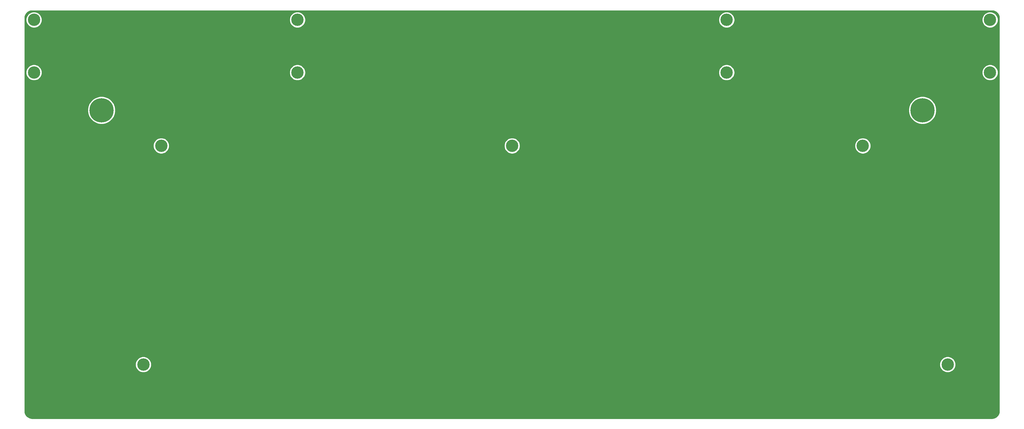
<source format=gtl>
G04 #@! TF.GenerationSoftware,KiCad,Pcbnew,5.99.0+really5.1.10+dfsg1-1*
G04 #@! TF.CreationDate,2021-11-12T03:05:17+01:00*
G04 #@! TF.ProjectId,mysterium-bottom,6d797374-6572-4697-956d-2d626f74746f,rev?*
G04 #@! TF.SameCoordinates,Original*
G04 #@! TF.FileFunction,Copper,L1,Top*
G04 #@! TF.FilePolarity,Positive*
%FSLAX46Y46*%
G04 Gerber Fmt 4.6, Leading zero omitted, Abs format (unit mm)*
G04 Created by KiCad (PCBNEW 5.99.0+really5.1.10+dfsg1-1) date 2021-11-12 03:05:17*
%MOMM*%
%LPD*%
G01*
G04 APERTURE LIST*
G04 #@! TA.AperFunction,ComponentPad*
%ADD10C,4.400000*%
G04 #@! TD*
G04 #@! TA.AperFunction,ComponentPad*
%ADD11C,8.600000*%
G04 #@! TD*
G04 #@! TA.AperFunction,Conductor*
%ADD12C,0.254000*%
G04 #@! TD*
G04 #@! TA.AperFunction,Conductor*
%ADD13C,0.150000*%
G04 #@! TD*
G04 APERTURE END LIST*
D10*
X365156040Y-187572841D03*
D11*
X356213100Y-97053400D03*
X64550600Y-97053400D03*
D10*
X286626300Y-83613400D03*
X134137400Y-83613400D03*
X286626300Y-64863400D03*
X40550600Y-64863400D03*
X79401800Y-187587400D03*
X85763100Y-109702600D03*
X335000600Y-109702600D03*
X210419351Y-197713600D03*
X210419351Y-109702600D03*
X134137400Y-64863400D03*
X380213100Y-64863400D03*
X380213100Y-83613400D03*
X40550600Y-83613400D03*
D12*
X381407508Y-61625744D02*
X381892232Y-61771612D01*
X382339387Y-62008847D01*
X382731949Y-62328421D01*
X383054962Y-62718155D01*
X383296123Y-63163208D01*
X383446248Y-63646629D01*
X383503101Y-64182877D01*
X383503099Y-204135438D01*
X383450756Y-204674309D01*
X383304888Y-205159032D01*
X383067652Y-205606188D01*
X382748079Y-205998749D01*
X382358343Y-206321763D01*
X381913292Y-206562923D01*
X381429871Y-206713048D01*
X380893623Y-206769901D01*
X39895062Y-206769899D01*
X39356191Y-206717556D01*
X38871468Y-206571688D01*
X38424312Y-206334452D01*
X38031751Y-206014879D01*
X37708737Y-205625143D01*
X37467577Y-205180092D01*
X37317452Y-204696671D01*
X37260599Y-204160423D01*
X37260599Y-187308177D01*
X76566800Y-187308177D01*
X76566800Y-187866623D01*
X76675748Y-188414339D01*
X76889456Y-188930276D01*
X77199712Y-189394607D01*
X77594593Y-189789488D01*
X78058924Y-190099744D01*
X78574861Y-190313452D01*
X79122577Y-190422400D01*
X79681023Y-190422400D01*
X80228739Y-190313452D01*
X80744676Y-190099744D01*
X81209007Y-189789488D01*
X81603888Y-189394607D01*
X81914144Y-188930276D01*
X82127852Y-188414339D01*
X82236800Y-187866623D01*
X82236800Y-187308177D01*
X82233905Y-187293618D01*
X362321040Y-187293618D01*
X362321040Y-187852064D01*
X362429988Y-188399780D01*
X362643696Y-188915717D01*
X362953952Y-189380048D01*
X363348833Y-189774929D01*
X363813164Y-190085185D01*
X364329101Y-190298893D01*
X364876817Y-190407841D01*
X365435263Y-190407841D01*
X365982979Y-190298893D01*
X366498916Y-190085185D01*
X366963247Y-189774929D01*
X367358128Y-189380048D01*
X367668384Y-188915717D01*
X367882092Y-188399780D01*
X367991040Y-187852064D01*
X367991040Y-187293618D01*
X367882092Y-186745902D01*
X367668384Y-186229965D01*
X367358128Y-185765634D01*
X366963247Y-185370753D01*
X366498916Y-185060497D01*
X365982979Y-184846789D01*
X365435263Y-184737841D01*
X364876817Y-184737841D01*
X364329101Y-184846789D01*
X363813164Y-185060497D01*
X363348833Y-185370753D01*
X362953952Y-185765634D01*
X362643696Y-186229965D01*
X362429988Y-186745902D01*
X362321040Y-187293618D01*
X82233905Y-187293618D01*
X82127852Y-186760461D01*
X81914144Y-186244524D01*
X81603888Y-185780193D01*
X81209007Y-185385312D01*
X80744676Y-185075056D01*
X80228739Y-184861348D01*
X79681023Y-184752400D01*
X79122577Y-184752400D01*
X78574861Y-184861348D01*
X78058924Y-185075056D01*
X77594593Y-185385312D01*
X77199712Y-185780193D01*
X76889456Y-186244524D01*
X76675748Y-186760461D01*
X76566800Y-187308177D01*
X37260599Y-187308177D01*
X37260599Y-109423377D01*
X82928100Y-109423377D01*
X82928100Y-109981823D01*
X83037048Y-110529539D01*
X83250756Y-111045476D01*
X83561012Y-111509807D01*
X83955893Y-111904688D01*
X84420224Y-112214944D01*
X84936161Y-112428652D01*
X85483877Y-112537600D01*
X86042323Y-112537600D01*
X86590039Y-112428652D01*
X87105976Y-112214944D01*
X87570307Y-111904688D01*
X87965188Y-111509807D01*
X88275444Y-111045476D01*
X88489152Y-110529539D01*
X88598100Y-109981823D01*
X88598100Y-109423377D01*
X207584351Y-109423377D01*
X207584351Y-109981823D01*
X207693299Y-110529539D01*
X207907007Y-111045476D01*
X208217263Y-111509807D01*
X208612144Y-111904688D01*
X209076475Y-112214944D01*
X209592412Y-112428652D01*
X210140128Y-112537600D01*
X210698574Y-112537600D01*
X211246290Y-112428652D01*
X211762227Y-112214944D01*
X212226558Y-111904688D01*
X212621439Y-111509807D01*
X212931695Y-111045476D01*
X213145403Y-110529539D01*
X213254351Y-109981823D01*
X213254351Y-109423377D01*
X332165600Y-109423377D01*
X332165600Y-109981823D01*
X332274548Y-110529539D01*
X332488256Y-111045476D01*
X332798512Y-111509807D01*
X333193393Y-111904688D01*
X333657724Y-112214944D01*
X334173661Y-112428652D01*
X334721377Y-112537600D01*
X335279823Y-112537600D01*
X335827539Y-112428652D01*
X336343476Y-112214944D01*
X336807807Y-111904688D01*
X337202688Y-111509807D01*
X337512944Y-111045476D01*
X337726652Y-110529539D01*
X337835600Y-109981823D01*
X337835600Y-109423377D01*
X337726652Y-108875661D01*
X337512944Y-108359724D01*
X337202688Y-107895393D01*
X336807807Y-107500512D01*
X336343476Y-107190256D01*
X335827539Y-106976548D01*
X335279823Y-106867600D01*
X334721377Y-106867600D01*
X334173661Y-106976548D01*
X333657724Y-107190256D01*
X333193393Y-107500512D01*
X332798512Y-107895393D01*
X332488256Y-108359724D01*
X332274548Y-108875661D01*
X332165600Y-109423377D01*
X213254351Y-109423377D01*
X213145403Y-108875661D01*
X212931695Y-108359724D01*
X212621439Y-107895393D01*
X212226558Y-107500512D01*
X211762227Y-107190256D01*
X211246290Y-106976548D01*
X210698574Y-106867600D01*
X210140128Y-106867600D01*
X209592412Y-106976548D01*
X209076475Y-107190256D01*
X208612144Y-107500512D01*
X208217263Y-107895393D01*
X207907007Y-108359724D01*
X207693299Y-108875661D01*
X207584351Y-109423377D01*
X88598100Y-109423377D01*
X88489152Y-108875661D01*
X88275444Y-108359724D01*
X87965188Y-107895393D01*
X87570307Y-107500512D01*
X87105976Y-107190256D01*
X86590039Y-106976548D01*
X86042323Y-106867600D01*
X85483877Y-106867600D01*
X84936161Y-106976548D01*
X84420224Y-107190256D01*
X83955893Y-107500512D01*
X83561012Y-107895393D01*
X83250756Y-108359724D01*
X83037048Y-108875661D01*
X82928100Y-109423377D01*
X37260599Y-109423377D01*
X37260599Y-96567345D01*
X59615600Y-96567345D01*
X59615600Y-97539455D01*
X59805250Y-98492886D01*
X60177260Y-99390999D01*
X60717335Y-100199279D01*
X61404721Y-100886665D01*
X62213001Y-101426740D01*
X63111114Y-101798750D01*
X64064545Y-101988400D01*
X65036655Y-101988400D01*
X65990086Y-101798750D01*
X66888199Y-101426740D01*
X67696479Y-100886665D01*
X68383865Y-100199279D01*
X68923940Y-99390999D01*
X69295950Y-98492886D01*
X69485600Y-97539455D01*
X69485600Y-96567345D01*
X351278100Y-96567345D01*
X351278100Y-97539455D01*
X351467750Y-98492886D01*
X351839760Y-99390999D01*
X352379835Y-100199279D01*
X353067221Y-100886665D01*
X353875501Y-101426740D01*
X354773614Y-101798750D01*
X355727045Y-101988400D01*
X356699155Y-101988400D01*
X357652586Y-101798750D01*
X358550699Y-101426740D01*
X359358979Y-100886665D01*
X360046365Y-100199279D01*
X360586440Y-99390999D01*
X360958450Y-98492886D01*
X361148100Y-97539455D01*
X361148100Y-96567345D01*
X360958450Y-95613914D01*
X360586440Y-94715801D01*
X360046365Y-93907521D01*
X359358979Y-93220135D01*
X358550699Y-92680060D01*
X357652586Y-92308050D01*
X356699155Y-92118400D01*
X355727045Y-92118400D01*
X354773614Y-92308050D01*
X353875501Y-92680060D01*
X353067221Y-93220135D01*
X352379835Y-93907521D01*
X351839760Y-94715801D01*
X351467750Y-95613914D01*
X351278100Y-96567345D01*
X69485600Y-96567345D01*
X69295950Y-95613914D01*
X68923940Y-94715801D01*
X68383865Y-93907521D01*
X67696479Y-93220135D01*
X66888199Y-92680060D01*
X65990086Y-92308050D01*
X65036655Y-92118400D01*
X64064545Y-92118400D01*
X63111114Y-92308050D01*
X62213001Y-92680060D01*
X61404721Y-93220135D01*
X60717335Y-93907521D01*
X60177260Y-94715801D01*
X59805250Y-95613914D01*
X59615600Y-96567345D01*
X37260599Y-96567345D01*
X37260600Y-83334177D01*
X37715600Y-83334177D01*
X37715600Y-83892623D01*
X37824548Y-84440339D01*
X38038256Y-84956276D01*
X38348512Y-85420607D01*
X38743393Y-85815488D01*
X39207724Y-86125744D01*
X39723661Y-86339452D01*
X40271377Y-86448400D01*
X40829823Y-86448400D01*
X41377539Y-86339452D01*
X41893476Y-86125744D01*
X42357807Y-85815488D01*
X42752688Y-85420607D01*
X43062944Y-84956276D01*
X43276652Y-84440339D01*
X43385600Y-83892623D01*
X43385600Y-83334177D01*
X131302400Y-83334177D01*
X131302400Y-83892623D01*
X131411348Y-84440339D01*
X131625056Y-84956276D01*
X131935312Y-85420607D01*
X132330193Y-85815488D01*
X132794524Y-86125744D01*
X133310461Y-86339452D01*
X133858177Y-86448400D01*
X134416623Y-86448400D01*
X134964339Y-86339452D01*
X135480276Y-86125744D01*
X135944607Y-85815488D01*
X136339488Y-85420607D01*
X136649744Y-84956276D01*
X136863452Y-84440339D01*
X136972400Y-83892623D01*
X136972400Y-83334177D01*
X283791300Y-83334177D01*
X283791300Y-83892623D01*
X283900248Y-84440339D01*
X284113956Y-84956276D01*
X284424212Y-85420607D01*
X284819093Y-85815488D01*
X285283424Y-86125744D01*
X285799361Y-86339452D01*
X286347077Y-86448400D01*
X286905523Y-86448400D01*
X287453239Y-86339452D01*
X287969176Y-86125744D01*
X288433507Y-85815488D01*
X288828388Y-85420607D01*
X289138644Y-84956276D01*
X289352352Y-84440339D01*
X289461300Y-83892623D01*
X289461300Y-83334177D01*
X377378100Y-83334177D01*
X377378100Y-83892623D01*
X377487048Y-84440339D01*
X377700756Y-84956276D01*
X378011012Y-85420607D01*
X378405893Y-85815488D01*
X378870224Y-86125744D01*
X379386161Y-86339452D01*
X379933877Y-86448400D01*
X380492323Y-86448400D01*
X381040039Y-86339452D01*
X381555976Y-86125744D01*
X382020307Y-85815488D01*
X382415188Y-85420607D01*
X382725444Y-84956276D01*
X382939152Y-84440339D01*
X383048100Y-83892623D01*
X383048100Y-83334177D01*
X382939152Y-82786461D01*
X382725444Y-82270524D01*
X382415188Y-81806193D01*
X382020307Y-81411312D01*
X381555976Y-81101056D01*
X381040039Y-80887348D01*
X380492323Y-80778400D01*
X379933877Y-80778400D01*
X379386161Y-80887348D01*
X378870224Y-81101056D01*
X378405893Y-81411312D01*
X378011012Y-81806193D01*
X377700756Y-82270524D01*
X377487048Y-82786461D01*
X377378100Y-83334177D01*
X289461300Y-83334177D01*
X289352352Y-82786461D01*
X289138644Y-82270524D01*
X288828388Y-81806193D01*
X288433507Y-81411312D01*
X287969176Y-81101056D01*
X287453239Y-80887348D01*
X286905523Y-80778400D01*
X286347077Y-80778400D01*
X285799361Y-80887348D01*
X285283424Y-81101056D01*
X284819093Y-81411312D01*
X284424212Y-81806193D01*
X284113956Y-82270524D01*
X283900248Y-82786461D01*
X283791300Y-83334177D01*
X136972400Y-83334177D01*
X136863452Y-82786461D01*
X136649744Y-82270524D01*
X136339488Y-81806193D01*
X135944607Y-81411312D01*
X135480276Y-81101056D01*
X134964339Y-80887348D01*
X134416623Y-80778400D01*
X133858177Y-80778400D01*
X133310461Y-80887348D01*
X132794524Y-81101056D01*
X132330193Y-81411312D01*
X131935312Y-81806193D01*
X131625056Y-82270524D01*
X131411348Y-82786461D01*
X131302400Y-83334177D01*
X43385600Y-83334177D01*
X43276652Y-82786461D01*
X43062944Y-82270524D01*
X42752688Y-81806193D01*
X42357807Y-81411312D01*
X41893476Y-81101056D01*
X41377539Y-80887348D01*
X40829823Y-80778400D01*
X40271377Y-80778400D01*
X39723661Y-80887348D01*
X39207724Y-81101056D01*
X38743393Y-81411312D01*
X38348512Y-81806193D01*
X38038256Y-82270524D01*
X37824548Y-82786461D01*
X37715600Y-83334177D01*
X37260600Y-83334177D01*
X37260600Y-64584177D01*
X37715600Y-64584177D01*
X37715600Y-65142623D01*
X37824548Y-65690339D01*
X38038256Y-66206276D01*
X38348512Y-66670607D01*
X38743393Y-67065488D01*
X39207724Y-67375744D01*
X39723661Y-67589452D01*
X40271377Y-67698400D01*
X40829823Y-67698400D01*
X41377539Y-67589452D01*
X41893476Y-67375744D01*
X42357807Y-67065488D01*
X42752688Y-66670607D01*
X43062944Y-66206276D01*
X43276652Y-65690339D01*
X43385600Y-65142623D01*
X43385600Y-64584177D01*
X131302400Y-64584177D01*
X131302400Y-65142623D01*
X131411348Y-65690339D01*
X131625056Y-66206276D01*
X131935312Y-66670607D01*
X132330193Y-67065488D01*
X132794524Y-67375744D01*
X133310461Y-67589452D01*
X133858177Y-67698400D01*
X134416623Y-67698400D01*
X134964339Y-67589452D01*
X135480276Y-67375744D01*
X135944607Y-67065488D01*
X136339488Y-66670607D01*
X136649744Y-66206276D01*
X136863452Y-65690339D01*
X136972400Y-65142623D01*
X136972400Y-64584177D01*
X283791300Y-64584177D01*
X283791300Y-65142623D01*
X283900248Y-65690339D01*
X284113956Y-66206276D01*
X284424212Y-66670607D01*
X284819093Y-67065488D01*
X285283424Y-67375744D01*
X285799361Y-67589452D01*
X286347077Y-67698400D01*
X286905523Y-67698400D01*
X287453239Y-67589452D01*
X287969176Y-67375744D01*
X288433507Y-67065488D01*
X288828388Y-66670607D01*
X289138644Y-66206276D01*
X289352352Y-65690339D01*
X289461300Y-65142623D01*
X289461300Y-64584177D01*
X377378100Y-64584177D01*
X377378100Y-65142623D01*
X377487048Y-65690339D01*
X377700756Y-66206276D01*
X378011012Y-66670607D01*
X378405893Y-67065488D01*
X378870224Y-67375744D01*
X379386161Y-67589452D01*
X379933877Y-67698400D01*
X380492323Y-67698400D01*
X381040039Y-67589452D01*
X381555976Y-67375744D01*
X382020307Y-67065488D01*
X382415188Y-66670607D01*
X382725444Y-66206276D01*
X382939152Y-65690339D01*
X383048100Y-65142623D01*
X383048100Y-64584177D01*
X382939152Y-64036461D01*
X382725444Y-63520524D01*
X382415188Y-63056193D01*
X382020307Y-62661312D01*
X381555976Y-62351056D01*
X381040039Y-62137348D01*
X380492323Y-62028400D01*
X379933877Y-62028400D01*
X379386161Y-62137348D01*
X378870224Y-62351056D01*
X378405893Y-62661312D01*
X378011012Y-63056193D01*
X377700756Y-63520524D01*
X377487048Y-64036461D01*
X377378100Y-64584177D01*
X289461300Y-64584177D01*
X289352352Y-64036461D01*
X289138644Y-63520524D01*
X288828388Y-63056193D01*
X288433507Y-62661312D01*
X287969176Y-62351056D01*
X287453239Y-62137348D01*
X286905523Y-62028400D01*
X286347077Y-62028400D01*
X285799361Y-62137348D01*
X285283424Y-62351056D01*
X284819093Y-62661312D01*
X284424212Y-63056193D01*
X284113956Y-63520524D01*
X283900248Y-64036461D01*
X283791300Y-64584177D01*
X136972400Y-64584177D01*
X136863452Y-64036461D01*
X136649744Y-63520524D01*
X136339488Y-63056193D01*
X135944607Y-62661312D01*
X135480276Y-62351056D01*
X134964339Y-62137348D01*
X134416623Y-62028400D01*
X133858177Y-62028400D01*
X133310461Y-62137348D01*
X132794524Y-62351056D01*
X132330193Y-62661312D01*
X131935312Y-63056193D01*
X131625056Y-63520524D01*
X131411348Y-64036461D01*
X131302400Y-64584177D01*
X43385600Y-64584177D01*
X43276652Y-64036461D01*
X43062944Y-63520524D01*
X42752688Y-63056193D01*
X42357807Y-62661312D01*
X41893476Y-62351056D01*
X41377539Y-62137348D01*
X40829823Y-62028400D01*
X40271377Y-62028400D01*
X39723661Y-62137348D01*
X39207724Y-62351056D01*
X38743393Y-62661312D01*
X38348512Y-63056193D01*
X38038256Y-63520524D01*
X37824548Y-64036461D01*
X37715600Y-64584177D01*
X37260600Y-64584177D01*
X37260601Y-64207861D01*
X37312944Y-63668992D01*
X37458812Y-63184268D01*
X37696047Y-62737113D01*
X38015621Y-62344551D01*
X38405355Y-62021538D01*
X38850408Y-61780377D01*
X39333829Y-61630252D01*
X39870067Y-61573400D01*
X380868629Y-61573400D01*
X381407508Y-61625744D01*
G04 #@! TA.AperFunction,Conductor*
D13*
G36*
X381407508Y-61625744D02*
G01*
X381892232Y-61771612D01*
X382339387Y-62008847D01*
X382731949Y-62328421D01*
X383054962Y-62718155D01*
X383296123Y-63163208D01*
X383446248Y-63646629D01*
X383503101Y-64182877D01*
X383503099Y-204135438D01*
X383450756Y-204674309D01*
X383304888Y-205159032D01*
X383067652Y-205606188D01*
X382748079Y-205998749D01*
X382358343Y-206321763D01*
X381913292Y-206562923D01*
X381429871Y-206713048D01*
X380893623Y-206769901D01*
X39895062Y-206769899D01*
X39356191Y-206717556D01*
X38871468Y-206571688D01*
X38424312Y-206334452D01*
X38031751Y-206014879D01*
X37708737Y-205625143D01*
X37467577Y-205180092D01*
X37317452Y-204696671D01*
X37260599Y-204160423D01*
X37260599Y-187308177D01*
X76566800Y-187308177D01*
X76566800Y-187866623D01*
X76675748Y-188414339D01*
X76889456Y-188930276D01*
X77199712Y-189394607D01*
X77594593Y-189789488D01*
X78058924Y-190099744D01*
X78574861Y-190313452D01*
X79122577Y-190422400D01*
X79681023Y-190422400D01*
X80228739Y-190313452D01*
X80744676Y-190099744D01*
X81209007Y-189789488D01*
X81603888Y-189394607D01*
X81914144Y-188930276D01*
X82127852Y-188414339D01*
X82236800Y-187866623D01*
X82236800Y-187308177D01*
X82233905Y-187293618D01*
X362321040Y-187293618D01*
X362321040Y-187852064D01*
X362429988Y-188399780D01*
X362643696Y-188915717D01*
X362953952Y-189380048D01*
X363348833Y-189774929D01*
X363813164Y-190085185D01*
X364329101Y-190298893D01*
X364876817Y-190407841D01*
X365435263Y-190407841D01*
X365982979Y-190298893D01*
X366498916Y-190085185D01*
X366963247Y-189774929D01*
X367358128Y-189380048D01*
X367668384Y-188915717D01*
X367882092Y-188399780D01*
X367991040Y-187852064D01*
X367991040Y-187293618D01*
X367882092Y-186745902D01*
X367668384Y-186229965D01*
X367358128Y-185765634D01*
X366963247Y-185370753D01*
X366498916Y-185060497D01*
X365982979Y-184846789D01*
X365435263Y-184737841D01*
X364876817Y-184737841D01*
X364329101Y-184846789D01*
X363813164Y-185060497D01*
X363348833Y-185370753D01*
X362953952Y-185765634D01*
X362643696Y-186229965D01*
X362429988Y-186745902D01*
X362321040Y-187293618D01*
X82233905Y-187293618D01*
X82127852Y-186760461D01*
X81914144Y-186244524D01*
X81603888Y-185780193D01*
X81209007Y-185385312D01*
X80744676Y-185075056D01*
X80228739Y-184861348D01*
X79681023Y-184752400D01*
X79122577Y-184752400D01*
X78574861Y-184861348D01*
X78058924Y-185075056D01*
X77594593Y-185385312D01*
X77199712Y-185780193D01*
X76889456Y-186244524D01*
X76675748Y-186760461D01*
X76566800Y-187308177D01*
X37260599Y-187308177D01*
X37260599Y-109423377D01*
X82928100Y-109423377D01*
X82928100Y-109981823D01*
X83037048Y-110529539D01*
X83250756Y-111045476D01*
X83561012Y-111509807D01*
X83955893Y-111904688D01*
X84420224Y-112214944D01*
X84936161Y-112428652D01*
X85483877Y-112537600D01*
X86042323Y-112537600D01*
X86590039Y-112428652D01*
X87105976Y-112214944D01*
X87570307Y-111904688D01*
X87965188Y-111509807D01*
X88275444Y-111045476D01*
X88489152Y-110529539D01*
X88598100Y-109981823D01*
X88598100Y-109423377D01*
X207584351Y-109423377D01*
X207584351Y-109981823D01*
X207693299Y-110529539D01*
X207907007Y-111045476D01*
X208217263Y-111509807D01*
X208612144Y-111904688D01*
X209076475Y-112214944D01*
X209592412Y-112428652D01*
X210140128Y-112537600D01*
X210698574Y-112537600D01*
X211246290Y-112428652D01*
X211762227Y-112214944D01*
X212226558Y-111904688D01*
X212621439Y-111509807D01*
X212931695Y-111045476D01*
X213145403Y-110529539D01*
X213254351Y-109981823D01*
X213254351Y-109423377D01*
X332165600Y-109423377D01*
X332165600Y-109981823D01*
X332274548Y-110529539D01*
X332488256Y-111045476D01*
X332798512Y-111509807D01*
X333193393Y-111904688D01*
X333657724Y-112214944D01*
X334173661Y-112428652D01*
X334721377Y-112537600D01*
X335279823Y-112537600D01*
X335827539Y-112428652D01*
X336343476Y-112214944D01*
X336807807Y-111904688D01*
X337202688Y-111509807D01*
X337512944Y-111045476D01*
X337726652Y-110529539D01*
X337835600Y-109981823D01*
X337835600Y-109423377D01*
X337726652Y-108875661D01*
X337512944Y-108359724D01*
X337202688Y-107895393D01*
X336807807Y-107500512D01*
X336343476Y-107190256D01*
X335827539Y-106976548D01*
X335279823Y-106867600D01*
X334721377Y-106867600D01*
X334173661Y-106976548D01*
X333657724Y-107190256D01*
X333193393Y-107500512D01*
X332798512Y-107895393D01*
X332488256Y-108359724D01*
X332274548Y-108875661D01*
X332165600Y-109423377D01*
X213254351Y-109423377D01*
X213145403Y-108875661D01*
X212931695Y-108359724D01*
X212621439Y-107895393D01*
X212226558Y-107500512D01*
X211762227Y-107190256D01*
X211246290Y-106976548D01*
X210698574Y-106867600D01*
X210140128Y-106867600D01*
X209592412Y-106976548D01*
X209076475Y-107190256D01*
X208612144Y-107500512D01*
X208217263Y-107895393D01*
X207907007Y-108359724D01*
X207693299Y-108875661D01*
X207584351Y-109423377D01*
X88598100Y-109423377D01*
X88489152Y-108875661D01*
X88275444Y-108359724D01*
X87965188Y-107895393D01*
X87570307Y-107500512D01*
X87105976Y-107190256D01*
X86590039Y-106976548D01*
X86042323Y-106867600D01*
X85483877Y-106867600D01*
X84936161Y-106976548D01*
X84420224Y-107190256D01*
X83955893Y-107500512D01*
X83561012Y-107895393D01*
X83250756Y-108359724D01*
X83037048Y-108875661D01*
X82928100Y-109423377D01*
X37260599Y-109423377D01*
X37260599Y-96567345D01*
X59615600Y-96567345D01*
X59615600Y-97539455D01*
X59805250Y-98492886D01*
X60177260Y-99390999D01*
X60717335Y-100199279D01*
X61404721Y-100886665D01*
X62213001Y-101426740D01*
X63111114Y-101798750D01*
X64064545Y-101988400D01*
X65036655Y-101988400D01*
X65990086Y-101798750D01*
X66888199Y-101426740D01*
X67696479Y-100886665D01*
X68383865Y-100199279D01*
X68923940Y-99390999D01*
X69295950Y-98492886D01*
X69485600Y-97539455D01*
X69485600Y-96567345D01*
X351278100Y-96567345D01*
X351278100Y-97539455D01*
X351467750Y-98492886D01*
X351839760Y-99390999D01*
X352379835Y-100199279D01*
X353067221Y-100886665D01*
X353875501Y-101426740D01*
X354773614Y-101798750D01*
X355727045Y-101988400D01*
X356699155Y-101988400D01*
X357652586Y-101798750D01*
X358550699Y-101426740D01*
X359358979Y-100886665D01*
X360046365Y-100199279D01*
X360586440Y-99390999D01*
X360958450Y-98492886D01*
X361148100Y-97539455D01*
X361148100Y-96567345D01*
X360958450Y-95613914D01*
X360586440Y-94715801D01*
X360046365Y-93907521D01*
X359358979Y-93220135D01*
X358550699Y-92680060D01*
X357652586Y-92308050D01*
X356699155Y-92118400D01*
X355727045Y-92118400D01*
X354773614Y-92308050D01*
X353875501Y-92680060D01*
X353067221Y-93220135D01*
X352379835Y-93907521D01*
X351839760Y-94715801D01*
X351467750Y-95613914D01*
X351278100Y-96567345D01*
X69485600Y-96567345D01*
X69295950Y-95613914D01*
X68923940Y-94715801D01*
X68383865Y-93907521D01*
X67696479Y-93220135D01*
X66888199Y-92680060D01*
X65990086Y-92308050D01*
X65036655Y-92118400D01*
X64064545Y-92118400D01*
X63111114Y-92308050D01*
X62213001Y-92680060D01*
X61404721Y-93220135D01*
X60717335Y-93907521D01*
X60177260Y-94715801D01*
X59805250Y-95613914D01*
X59615600Y-96567345D01*
X37260599Y-96567345D01*
X37260600Y-83334177D01*
X37715600Y-83334177D01*
X37715600Y-83892623D01*
X37824548Y-84440339D01*
X38038256Y-84956276D01*
X38348512Y-85420607D01*
X38743393Y-85815488D01*
X39207724Y-86125744D01*
X39723661Y-86339452D01*
X40271377Y-86448400D01*
X40829823Y-86448400D01*
X41377539Y-86339452D01*
X41893476Y-86125744D01*
X42357807Y-85815488D01*
X42752688Y-85420607D01*
X43062944Y-84956276D01*
X43276652Y-84440339D01*
X43385600Y-83892623D01*
X43385600Y-83334177D01*
X131302400Y-83334177D01*
X131302400Y-83892623D01*
X131411348Y-84440339D01*
X131625056Y-84956276D01*
X131935312Y-85420607D01*
X132330193Y-85815488D01*
X132794524Y-86125744D01*
X133310461Y-86339452D01*
X133858177Y-86448400D01*
X134416623Y-86448400D01*
X134964339Y-86339452D01*
X135480276Y-86125744D01*
X135944607Y-85815488D01*
X136339488Y-85420607D01*
X136649744Y-84956276D01*
X136863452Y-84440339D01*
X136972400Y-83892623D01*
X136972400Y-83334177D01*
X283791300Y-83334177D01*
X283791300Y-83892623D01*
X283900248Y-84440339D01*
X284113956Y-84956276D01*
X284424212Y-85420607D01*
X284819093Y-85815488D01*
X285283424Y-86125744D01*
X285799361Y-86339452D01*
X286347077Y-86448400D01*
X286905523Y-86448400D01*
X287453239Y-86339452D01*
X287969176Y-86125744D01*
X288433507Y-85815488D01*
X288828388Y-85420607D01*
X289138644Y-84956276D01*
X289352352Y-84440339D01*
X289461300Y-83892623D01*
X289461300Y-83334177D01*
X377378100Y-83334177D01*
X377378100Y-83892623D01*
X377487048Y-84440339D01*
X377700756Y-84956276D01*
X378011012Y-85420607D01*
X378405893Y-85815488D01*
X378870224Y-86125744D01*
X379386161Y-86339452D01*
X379933877Y-86448400D01*
X380492323Y-86448400D01*
X381040039Y-86339452D01*
X381555976Y-86125744D01*
X382020307Y-85815488D01*
X382415188Y-85420607D01*
X382725444Y-84956276D01*
X382939152Y-84440339D01*
X383048100Y-83892623D01*
X383048100Y-83334177D01*
X382939152Y-82786461D01*
X382725444Y-82270524D01*
X382415188Y-81806193D01*
X382020307Y-81411312D01*
X381555976Y-81101056D01*
X381040039Y-80887348D01*
X380492323Y-80778400D01*
X379933877Y-80778400D01*
X379386161Y-80887348D01*
X378870224Y-81101056D01*
X378405893Y-81411312D01*
X378011012Y-81806193D01*
X377700756Y-82270524D01*
X377487048Y-82786461D01*
X377378100Y-83334177D01*
X289461300Y-83334177D01*
X289352352Y-82786461D01*
X289138644Y-82270524D01*
X288828388Y-81806193D01*
X288433507Y-81411312D01*
X287969176Y-81101056D01*
X287453239Y-80887348D01*
X286905523Y-80778400D01*
X286347077Y-80778400D01*
X285799361Y-80887348D01*
X285283424Y-81101056D01*
X284819093Y-81411312D01*
X284424212Y-81806193D01*
X284113956Y-82270524D01*
X283900248Y-82786461D01*
X283791300Y-83334177D01*
X136972400Y-83334177D01*
X136863452Y-82786461D01*
X136649744Y-82270524D01*
X136339488Y-81806193D01*
X135944607Y-81411312D01*
X135480276Y-81101056D01*
X134964339Y-80887348D01*
X134416623Y-80778400D01*
X133858177Y-80778400D01*
X133310461Y-80887348D01*
X132794524Y-81101056D01*
X132330193Y-81411312D01*
X131935312Y-81806193D01*
X131625056Y-82270524D01*
X131411348Y-82786461D01*
X131302400Y-83334177D01*
X43385600Y-83334177D01*
X43276652Y-82786461D01*
X43062944Y-82270524D01*
X42752688Y-81806193D01*
X42357807Y-81411312D01*
X41893476Y-81101056D01*
X41377539Y-80887348D01*
X40829823Y-80778400D01*
X40271377Y-80778400D01*
X39723661Y-80887348D01*
X39207724Y-81101056D01*
X38743393Y-81411312D01*
X38348512Y-81806193D01*
X38038256Y-82270524D01*
X37824548Y-82786461D01*
X37715600Y-83334177D01*
X37260600Y-83334177D01*
X37260600Y-64584177D01*
X37715600Y-64584177D01*
X37715600Y-65142623D01*
X37824548Y-65690339D01*
X38038256Y-66206276D01*
X38348512Y-66670607D01*
X38743393Y-67065488D01*
X39207724Y-67375744D01*
X39723661Y-67589452D01*
X40271377Y-67698400D01*
X40829823Y-67698400D01*
X41377539Y-67589452D01*
X41893476Y-67375744D01*
X42357807Y-67065488D01*
X42752688Y-66670607D01*
X43062944Y-66206276D01*
X43276652Y-65690339D01*
X43385600Y-65142623D01*
X43385600Y-64584177D01*
X131302400Y-64584177D01*
X131302400Y-65142623D01*
X131411348Y-65690339D01*
X131625056Y-66206276D01*
X131935312Y-66670607D01*
X132330193Y-67065488D01*
X132794524Y-67375744D01*
X133310461Y-67589452D01*
X133858177Y-67698400D01*
X134416623Y-67698400D01*
X134964339Y-67589452D01*
X135480276Y-67375744D01*
X135944607Y-67065488D01*
X136339488Y-66670607D01*
X136649744Y-66206276D01*
X136863452Y-65690339D01*
X136972400Y-65142623D01*
X136972400Y-64584177D01*
X283791300Y-64584177D01*
X283791300Y-65142623D01*
X283900248Y-65690339D01*
X284113956Y-66206276D01*
X284424212Y-66670607D01*
X284819093Y-67065488D01*
X285283424Y-67375744D01*
X285799361Y-67589452D01*
X286347077Y-67698400D01*
X286905523Y-67698400D01*
X287453239Y-67589452D01*
X287969176Y-67375744D01*
X288433507Y-67065488D01*
X288828388Y-66670607D01*
X289138644Y-66206276D01*
X289352352Y-65690339D01*
X289461300Y-65142623D01*
X289461300Y-64584177D01*
X377378100Y-64584177D01*
X377378100Y-65142623D01*
X377487048Y-65690339D01*
X377700756Y-66206276D01*
X378011012Y-66670607D01*
X378405893Y-67065488D01*
X378870224Y-67375744D01*
X379386161Y-67589452D01*
X379933877Y-67698400D01*
X380492323Y-67698400D01*
X381040039Y-67589452D01*
X381555976Y-67375744D01*
X382020307Y-67065488D01*
X382415188Y-66670607D01*
X382725444Y-66206276D01*
X382939152Y-65690339D01*
X383048100Y-65142623D01*
X383048100Y-64584177D01*
X382939152Y-64036461D01*
X382725444Y-63520524D01*
X382415188Y-63056193D01*
X382020307Y-62661312D01*
X381555976Y-62351056D01*
X381040039Y-62137348D01*
X380492323Y-62028400D01*
X379933877Y-62028400D01*
X379386161Y-62137348D01*
X378870224Y-62351056D01*
X378405893Y-62661312D01*
X378011012Y-63056193D01*
X377700756Y-63520524D01*
X377487048Y-64036461D01*
X377378100Y-64584177D01*
X289461300Y-64584177D01*
X289352352Y-64036461D01*
X289138644Y-63520524D01*
X288828388Y-63056193D01*
X288433507Y-62661312D01*
X287969176Y-62351056D01*
X287453239Y-62137348D01*
X286905523Y-62028400D01*
X286347077Y-62028400D01*
X285799361Y-62137348D01*
X285283424Y-62351056D01*
X284819093Y-62661312D01*
X284424212Y-63056193D01*
X284113956Y-63520524D01*
X283900248Y-64036461D01*
X283791300Y-64584177D01*
X136972400Y-64584177D01*
X136863452Y-64036461D01*
X136649744Y-63520524D01*
X136339488Y-63056193D01*
X135944607Y-62661312D01*
X135480276Y-62351056D01*
X134964339Y-62137348D01*
X134416623Y-62028400D01*
X133858177Y-62028400D01*
X133310461Y-62137348D01*
X132794524Y-62351056D01*
X132330193Y-62661312D01*
X131935312Y-63056193D01*
X131625056Y-63520524D01*
X131411348Y-64036461D01*
X131302400Y-64584177D01*
X43385600Y-64584177D01*
X43276652Y-64036461D01*
X43062944Y-63520524D01*
X42752688Y-63056193D01*
X42357807Y-62661312D01*
X41893476Y-62351056D01*
X41377539Y-62137348D01*
X40829823Y-62028400D01*
X40271377Y-62028400D01*
X39723661Y-62137348D01*
X39207724Y-62351056D01*
X38743393Y-62661312D01*
X38348512Y-63056193D01*
X38038256Y-63520524D01*
X37824548Y-64036461D01*
X37715600Y-64584177D01*
X37260600Y-64584177D01*
X37260601Y-64207861D01*
X37312944Y-63668992D01*
X37458812Y-63184268D01*
X37696047Y-62737113D01*
X38015621Y-62344551D01*
X38405355Y-62021538D01*
X38850408Y-61780377D01*
X39333829Y-61630252D01*
X39870067Y-61573400D01*
X380868629Y-61573400D01*
X381407508Y-61625744D01*
G37*
G04 #@! TD.AperFunction*
M02*

</source>
